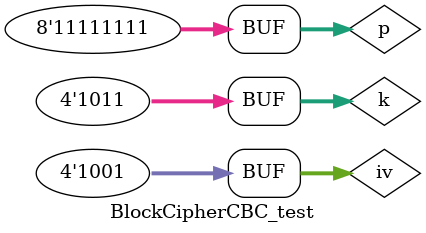
<source format=v>
`timescale 1ns / 1ps

module BlockCipherCBC_test;

	// Inputs
	reg [7:0] p;
	reg [3:0] k;
	reg [3:0] iv;

	// Outputs
	wire [7:0] c;

	// Instantiate the Unit Under Test (UUT)
	BlockCipherCBC uut (
		.p(p), 
		.k(k), 
		.iv(iv), 
		.c(c)
	);

	initial begin
		// Initialize Inputs
		p = 0;
		k = 4'd11;
		iv = 4'd9;

		// Wait 100 ns for global reset to finish
		#20 p = 8'd12;
		#20 p = 8'd64;
		#20 p = 8'd137;
		#20 p = 8'd177;
		#20 p = 8'd255;
	end
      
endmodule


</source>
